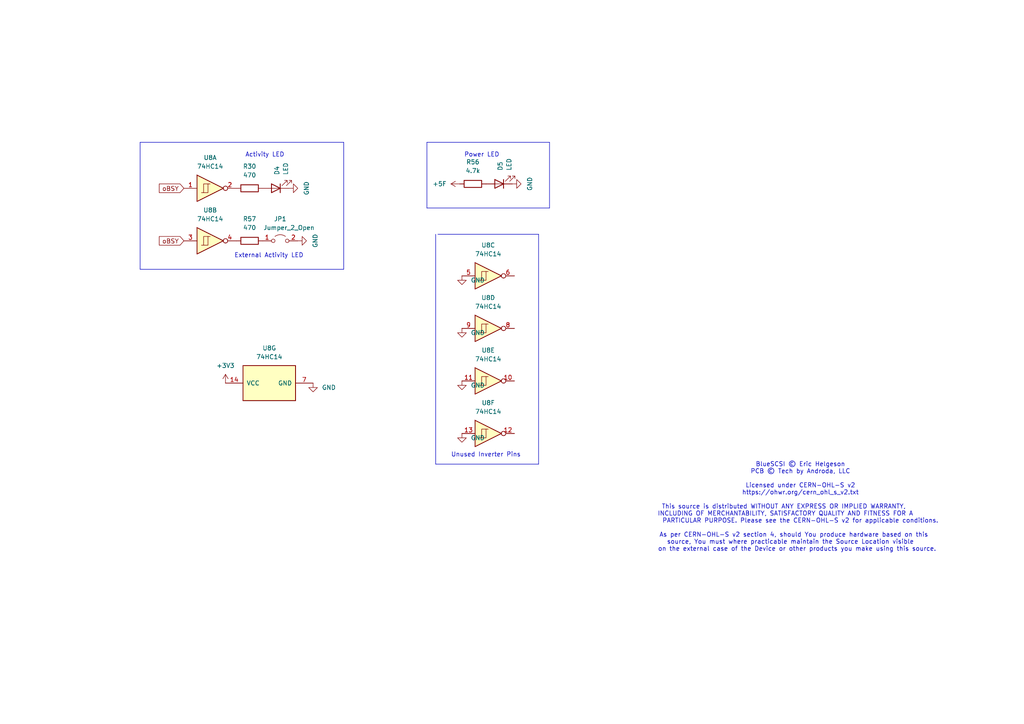
<source format=kicad_sch>
(kicad_sch (version 20231120) (generator "eeschema") (generator_version "8.0")
  (paper "A4")
  (title_block (title "BlueSCSI V2, PowerBook 2023_10a") (date "October 2023") (company "Tech by Androda, LLC"))
  (lib_symbols
    (symbol "74xx:74HC14" (pin_names (offset 1.016))
      (property "Reference" "U" (at 0 1.27 0))
      (property "Value" "74HC14" (at 0 -1.27 0))
      (symbol "74HC14_1_0"
        (polyline (pts (xy -3.81 3.81) (xy -3.81 -3.81) (xy 3.81 0) (xy -3.81 3.81)) (stroke (width 0.254)) (fill (type background)))
        (pin input line (at -7.62 0 0) (length 3.81) (name "~") (number "1"))
        (pin output inverted (at 7.62 0 180) (length 3.81) (name "~") (number "2"))
      )
      (symbol "74HC14_1_1"
        (polyline (pts (xy -1.905 -1.27) (xy -1.905 1.27) (xy -0.635 1.27)))
        (polyline (pts (xy -2.54 -1.27) (xy -0.635 -1.27) (xy -0.635 1.27) (xy 0 1.27)))
      )
      (symbol "74HC14_2_0"
        (polyline (pts (xy -3.81 3.81) (xy -3.81 -3.81) (xy 3.81 0) (xy -3.81 3.81)) (stroke (width 0.254)) (fill (type background)))
        (pin input line (at -7.62 0 0) (length 3.81) (name "~") (number "3"))
        (pin output inverted (at 7.62 0 180) (length 3.81) (name "~") (number "4"))
      )
      (symbol "74HC14_2_1"
        (polyline (pts (xy -1.905 -1.27) (xy -1.905 1.27) (xy -0.635 1.27)))
        (polyline (pts (xy -2.54 -1.27) (xy -0.635 -1.27) (xy -0.635 1.27) (xy 0 1.27)))
      )
      (symbol "74HC14_3_0"
        (polyline (pts (xy -3.81 3.81) (xy -3.81 -3.81) (xy 3.81 0) (xy -3.81 3.81)) (stroke (width 0.254)) (fill (type background)))
        (pin input line (at -7.62 0 0) (length 3.81) (name "~") (number "5"))
        (pin output inverted (at 7.62 0 180) (length 3.81) (name "~") (number "6"))
      )
      (symbol "74HC14_3_1"
        (polyline (pts (xy -1.905 -1.27) (xy -1.905 1.27) (xy -0.635 1.27)))
        (polyline (pts (xy -2.54 -1.27) (xy -0.635 -1.27) (xy -0.635 1.27) (xy 0 1.27)))
      )
      (symbol "74HC14_4_0"
        (polyline (pts (xy -3.81 3.81) (xy -3.81 -3.81) (xy 3.81 0) (xy -3.81 3.81)) (stroke (width 0.254)) (fill (type background)))
        (pin output inverted (at 7.62 0 180) (length 3.81) (name "~") (number "8"))
        (pin input line (at -7.62 0 0) (length 3.81) (name "~") (number "9"))
      )
      (symbol "74HC14_4_1"
        (polyline (pts (xy -1.905 -1.27) (xy -1.905 1.27) (xy -0.635 1.27)))
        (polyline (pts (xy -2.54 -1.27) (xy -0.635 -1.27) (xy -0.635 1.27) (xy 0 1.27)))
      )
      (symbol "74HC14_5_0"
        (polyline (pts (xy -3.81 3.81) (xy -3.81 -3.81) (xy 3.81 0) (xy -3.81 3.81)) (stroke (width 0.254)) (fill (type background)))
        (pin output inverted (at 7.62 0 180) (length 3.81) (name "~") (number "10"))
        (pin input line (at -7.62 0 0) (length 3.81) (name "~") (number "11"))
      )
      (symbol "74HC14_5_1"
        (polyline (pts (xy -1.905 -1.27) (xy -1.905 1.27) (xy -0.635 1.27)))
        (polyline (pts (xy -2.54 -1.27) (xy -0.635 -1.27) (xy -0.635 1.27) (xy 0 1.27)))
      )
      (symbol "74HC14_6_0"
        (polyline (pts (xy -3.81 3.81) (xy -3.81 -3.81) (xy 3.81 0) (xy -3.81 3.81)) (stroke (width 0.254)) (fill (type background)))
        (pin output inverted (at 7.62 0 180) (length 3.81) (name "~") (number "12"))
        (pin input line (at -7.62 0 0) (length 3.81) (name "~") (number "13"))
      )
      (symbol "74HC14_6_1"
        (polyline (pts (xy -1.905 -1.27) (xy -1.905 1.27) (xy -0.635 1.27)))
        (polyline (pts (xy -2.54 -1.27) (xy -0.635 -1.27) (xy -0.635 1.27) (xy 0 1.27)))
      )
      (symbol "74HC14_7_0"
        (pin power_in line (at 0 12.7 270) (length 5.08) (name "VCC") (number "14"))
        (pin power_in line (at 0 -12.7 90) (length 5.08) (name "GND") (number "7"))
      )
      (symbol "74HC14_7_1"
        (rectangle (start -5.08 7.62) (end 5.08 -7.62) (stroke (width 0.254)) (fill (type background)))
      )
    )
    (symbol "Device:LED" (pin_numbers hide) (pin_names (offset 1.016) hide)
      (property "Reference" "D" (at 0 2.54 0))
      (property "Value" "LED" (at 0 -2.54 0))
      (symbol "LED_0_1"
        (polyline (pts (xy -1.27 -1.27) (xy -1.27 1.27)) (stroke (width 0.254)))
        (polyline (pts (xy -1.27 0) (xy 1.27 0)))
        (polyline (pts (xy 1.27 -1.27) (xy 1.27 1.27) (xy -1.27 0) (xy 1.27 -1.27)) (stroke (width 0.254)))
        (polyline (pts (xy -3.048 -0.762) (xy -4.572 -2.286) (xy -3.81 -2.286) (xy -4.572 -2.286) (xy -4.572 -1.524)))
        (polyline (pts (xy -1.778 -0.762) (xy -3.302 -2.286) (xy -2.54 -2.286) (xy -3.302 -2.286) (xy -3.302 -1.524)))
      )
      (symbol "LED_1_1"
        (pin passive line (at -3.81 0 0) (length 2.54) (name "K") (number "1"))
        (pin passive line (at 3.81 0 180) (length 2.54) (name "A") (number "2"))
      )
    )
    (symbol "Device:R" (pin_numbers hide) (pin_names (offset 0))
      (property "Reference" "R" (at 2.032 0 90))
      (property "Value" "R" (at 0 0 90))
      (symbol "R_0_1"
        (rectangle (start -1.016 -2.54) (end 1.016 2.54) (stroke (width 0.254)))
      )
      (symbol "R_1_1"
        (pin passive line (at 0 3.81 270) (length 1.27) (name "~") (number "1"))
        (pin passive line (at 0 -3.81 90) (length 1.27) (name "~") (number "2"))
      )
    )
    (symbol "Jumper:Jumper_2_Open" (pin_names (offset 0) hide)
      (property "Reference" "JP" (at 0 2.794 0))
      (property "Value" "Jumper_2_Open" (at 0 -2.286 0))
      (symbol "Jumper_2_Open_0_0"
        (circle (center -2.032 0) (radius 0.508))
        (circle (center 2.032 0) (radius 0.508))
      )
      (symbol "Jumper_2_Open_0_1"
        (arc (start 1.524 1.27) (mid 0 1.778) (end -1.524 1.27))
      )
      (symbol "Jumper_2_Open_1_1"
        (pin passive line (at -5.08 0 0) (length 2.54) (name "A") (number "1"))
        (pin passive line (at 5.08 0 180) (length 2.54) (name "B") (number "2"))
      )
    )
    (symbol "power:+3.3V" (power) (pin_names (offset 0))
      (property "Value" "+3.3V" (at 0 3.556 0))
      (symbol "+3.3V_0_1"
        (polyline (pts (xy -0.762 1.27) (xy 0 2.54)))
        (polyline (pts (xy 0 0) (xy 0 2.54)))
        (polyline (pts (xy 0 2.54) (xy 0.762 1.27)))
      )
      (symbol "+3.3V_1_1"
        (pin power_in line (at 0 0 90) (length 0) hide (name "+3V3") (number "1"))
      )
    )
    (symbol "power:+5F" (power) (pin_names (offset 0))
      (property "Value" "+5F" (at 0 3.556 0))
      (symbol "+5F_0_1"
        (polyline (pts (xy -0.762 1.27) (xy 0 2.54)))
        (polyline (pts (xy 0 0) (xy 0 2.54)))
        (polyline (pts (xy 0 2.54) (xy 0.762 1.27)))
      )
      (symbol "+5F_1_1"
        (pin power_in line (at 0 0 90) (length 0) hide (name "+5F") (number "1"))
      )
    )
    (symbol "power:GND" (power) (pin_names (offset 0))
      (property "Value" "GND" (at 0 -3.81 0))
      (symbol "GND_0_1"
        (polyline (pts (xy 0 0) (xy 0 -1.27) (xy 1.27 -1.27) (xy 0 -2.54) (xy -1.27 -1.27) (xy 0 -1.27)))
      )
      (symbol "GND_1_1"
        (pin power_in line (at 0 0 270) (length 0) hide (name "GND") (number "1"))
      )
    )
  )
  (polyline (pts (xy 99.695 78.105) (xy 40.64 78.105)))
  (polyline (pts (xy 126.365 67.945) (xy 126.365 134.62)))
  (polyline (pts (xy 159.385 41.275) (xy 159.385 60.325)))
  (polyline (pts (xy 127 67.945) (xy 156.21 67.945)))
  (polyline (pts (xy 40.64 78.105) (xy 40.64 41.275)))
  (polyline (pts (xy 40.64 41.275) (xy 99.695 41.275)))
  (polyline (pts (xy 123.825 41.275) (xy 159.385 41.275)))
  (polyline (pts (xy 123.825 41.275) (xy 123.825 60.325)))
  (polyline (pts (xy 159.385 60.325) (xy 123.825 60.325)))
  (polyline (pts (xy 99.695 41.275) (xy 99.695 43.815)))
  (polyline (pts (xy 99.695 43.815) (xy 99.695 78.105)))
  (polyline (pts (xy 156.21 134.62) (xy 156.21 67.945)))
  (polyline (pts (xy 126.365 134.62) (xy 156.21 134.62)))
  (text "BlueSCSI © Eric Helgeson\nPCB © Tech by Androda, LLC\n\nLicensed under CERN-OHL-S v2\nhttps://ohwr.org/cern_ohl_s_v2.txt\n\nThis source is distributed WITHOUT ANY EXPRESS OR IMPLIED WARRANTY,          \nINCLUDING OF MERCHANTABILITY, SATISFACTORY QUALITY AND FITNESS FOR A         \nPARTICULAR PURPOSE. Please see the CERN-OHL-S v2 for applicable conditions.\n\nAs per CERN-OHL-S v2 section 4, should You produce hardware based on this    \nsource, You must where practicable maintain the Source Location visible      \non the external case of the Device or other products you make using this source.  \n" (at 232.156 147.066 0) (effects (font (size 1.27 1.27))))
  (text "Power LED" (at 134.62 45.72 0) (effects (font (size 1.27 1.27)) (justify left bottom)))
  (text "External Activity LED" (at 67.945 74.93 0) (effects (font (size 1.27 1.27)) (justify left bottom)))
  (text "Unused Inverter Pins" (at 130.81 132.715 0) (effects (font (size 1.27 1.27)) (justify left bottom)))
  (text "Activity LED" (at 71.12 45.72 0) (effects (font (size 1.27 1.27)) (justify left bottom)))
  (global_label "oBSY" (shape input) (at 53.34 54.61 180) (property "Intersheetrefs" "${INTERSHEET_REFS}" (effects (hide yes))))
  (global_label "oBSY" (shape input) (at 53.34 69.85 180) (property "Intersheetrefs" "${INTERSHEET_REFS}" (effects (hide yes))))
  (symbol (lib_id "74xx:74HC14") (at 141.605 95.25 0) (unit 4)
    (property "Reference" "U8" (at 141.605 86.36 0))
    (property "Value" "74HC14" (at 141.605 88.9 0))
    (property "Datasheet" "http://www.ti.com/lit/gpn/sn74HC14" (effects (hide yes)))
  )
  (symbol (lib_id "power:GND") (at 133.985 125.73 0) (unit 1)
    (property "Reference" "#PWR071" (effects (hide yes)))
    (property "Value" "GND" (at 136.525 126.9999 0) (effects (justify left)))
  )
  (symbol (lib_id "74xx:74HC14") (at 141.605 80.01 0) (unit 3)
    (property "Reference" "U8" (at 141.605 71.12 0))
    (property "Value" "74HC14" (at 141.605 73.66 0))
    (property "Datasheet" "http://www.ti.com/lit/gpn/sn74HC14" (effects (hide yes)))
  )
  (symbol (lib_id "power:GND") (at 133.985 110.49 0) (unit 1)
    (property "Reference" "#PWR070" (effects (hide yes)))
    (property "Value" "GND" (at 136.525 111.7599 0) (effects (justify left)))
  )
  (symbol (lib_id "power:GND") (at 133.985 80.01 0) (unit 1)
    (property "Reference" "#PWR068" (effects (hide yes)))
    (property "Value" "GND" (at 136.525 81.2799 0) (effects (justify left)))
  )
  (symbol (lib_id "74xx:74HC14") (at 60.96 69.85 0) (unit 2)
    (property "Reference" "U8" (at 60.96 60.96 0))
    (property "Value" "74HC14" (at 60.96 63.5 0))
    (property "Datasheet" "http://www.ti.com/lit/gpn/sn74HC14" (effects (hide yes)))
  )
  (symbol (lib_id "power:GND") (at 148.59 53.34 90) (unit 1)
    (property "Reference" "#PWR075" (effects (hide yes)))
    (property "Value" "GND" (at 153.67 53.34 0))
  )
  (symbol (lib_id "power:+5F") (at 133.35 53.34 90) (unit 1)
    (property "Reference" "#PWR0104" (effects (hide yes)))
    (property "Value" "+5F" (at 129.54 53.3399 90) (effects (justify left)))
  )
  (symbol (lib_id "Device:R") (at 137.16 53.34 90) (unit 1)
    (property "Reference" "R56" (at 137.16 46.99 90))
    (property "Value" "4.7k" (at 137.16 49.53 90))
    (property "Footprint" "Resistor_SMD:R_0603_1608Metric_Pad0.98x0.95mm_HandSolder" (effects (hide yes)))
  )
  (symbol (lib_id "Device:R") (at 72.39 69.85 90) (unit 1)
    (property "Reference" "R57" (at 72.39 63.5 90))
    (property "Value" "470" (at 72.39 66.04 90))
    (property "Footprint" "Resistor_SMD:R_0402_1005Metric_Pad0.72x0.64mm_HandSolder" (effects (hide yes)))
  )
  (symbol (lib_id "power:GND") (at 90.805 111.125 0) (unit 1)
    (property "Reference" "#PWR072" (effects (hide yes)))
    (property "Value" "GND" (at 93.345 112.3949 0) (effects (justify left)))
  )
  (symbol (lib_id "74xx:74HC14") (at 141.605 125.73 0) (unit 6)
    (property "Reference" "U8" (at 141.605 116.84 0))
    (property "Value" "74HC14" (at 141.605 119.38 0))
    (property "Datasheet" "http://www.ti.com/lit/gpn/sn74HC14" (effects (hide yes)))
  )
  (symbol (lib_id "74xx:74HC14") (at 60.96 54.61 0) (unit 1)
    (property "Reference" "U8" (at 60.96 45.72 0))
    (property "Value" "74HC14" (at 60.96 48.26 0))
    (property "Datasheet" "http://www.ti.com/lit/gpn/sn74HC14" (effects (hide yes)))
  )
  (symbol (lib_id "Device:LED") (at 80.01 54.61 180) (unit 1)
    (property "Reference" "D4" (at 80.3274 50.8 90) (effects (justify right)))
    (property "Value" "LED" (at 82.8674 50.8 90) (effects (justify right)))
    (property "Footprint" "LED_SMD:LED_0603_1608Metric_Pad1.05x0.95mm_HandSolder" (effects (hide yes)))
  )
  (symbol (lib_id "Jumper:Jumper_2_Open") (at 81.28 69.85 0) (unit 1)
    (property "Reference" "JP1" (at 81.28 63.5 0))
    (property "Value" "Jumper_2_Open" (at 83.82 66.04 0))
    (property "Footprint" "Jumper:SolderJumper-2_P1.3mm_Open_Pad1.0x1.5mm" (effects (hide yes)))
  )
  (symbol (lib_id "Device:R") (at 72.39 54.61 90) (unit 1)
    (property "Reference" "R30" (at 72.39 48.26 90))
    (property "Value" "470" (at 72.39 50.8 90))
    (property "Footprint" "Resistor_SMD:R_0402_1005Metric_Pad0.72x0.64mm_HandSolder" (effects (hide yes)))
  )
  (symbol (lib_id "power:GND") (at 133.985 95.25 0) (unit 1)
    (property "Reference" "#PWR069" (effects (hide yes)))
    (property "Value" "GND" (at 136.525 96.5199 0) (effects (justify left)))
  )
  (symbol (lib_id "Device:LED") (at 144.78 53.34 180) (unit 1)
    (property "Reference" "D5" (at 145.0974 49.53 90) (effects (justify right)))
    (property "Value" "LED" (at 147.6374 49.53 90) (effects (justify right)))
    (property "Footprint" "LED_SMD:LED_0603_1608Metric_Pad1.05x0.95mm_HandSolder" (effects (hide yes)))
  )
  (symbol (lib_id "74xx:74HC14") (at 141.605 110.49 0) (unit 5)
    (property "Reference" "U8" (at 141.605 101.6 0))
    (property "Value" "74HC14" (at 141.605 104.14 0))
    (property "Datasheet" "http://www.ti.com/lit/gpn/sn74HC14" (effects (hide yes)))
  )
  (symbol (lib_id "74xx:74HC14") (at 78.105 111.125 90) (unit 7)
    (property "Reference" "U8" (at 78.105 100.965 90))
    (property "Value" "74HC14" (at 78.105 103.505 90))
    (property "Footprint" "Package_SO:SO-14_3.9x8.65mm_P1.27mm" (effects (hide yes)))
    (property "Datasheet" "http://www.ti.com/lit/gpn/sn74HC14" (effects (hide yes)))
  )
  (symbol (lib_id "power:GND") (at 86.36 69.85 90) (unit 1)
    (property "Reference" "#PWR03" (effects (hide yes)))
    (property "Value" "GND" (at 91.44 69.85 0))
  )
  (symbol (lib_id "power:+3.3V") (at 65.405 111.125 0) (unit 1)
    (property "Reference" "#PWR051" (effects (hide yes)))
    (property "Value" "+3V3" (at 65.405 106.045 0))
  )
  (symbol (lib_id "power:GND") (at 83.82 54.61 90) (unit 1)
    (property "Reference" "#PWR073" (effects (hide yes)))
    (property "Value" "GND" (at 88.9 54.61 0))
  )
)
</source>
